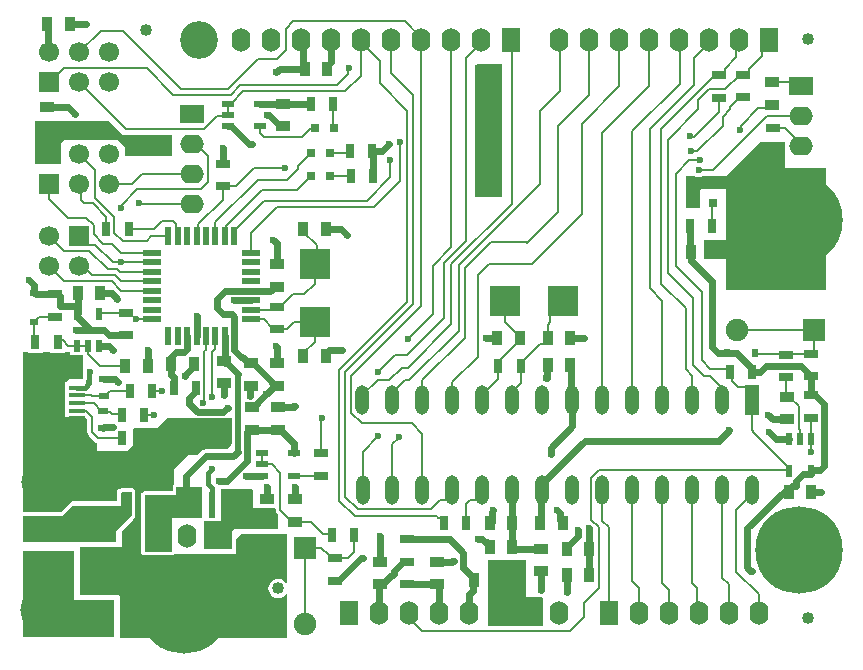
<source format=gtl>
G04*
G04 #@! TF.GenerationSoftware,Altium Limited,Altium Designer,20.0.13 (296)*
G04*
G04 Layer_Physical_Order=1*
G04 Layer_Color=255*
%FSLAX44Y44*%
%MOMM*%
G71*
G01*
G75*
%ADD10C,0.5000*%
%ADD11C,0.2000*%
%ADD18R,1.9000X1.9000*%
%ADD19R,1.4000X1.6000*%
%ADD20R,1.3500X0.4000*%
%ADD21R,0.7000X1.3000*%
%ADD22R,1.5000X0.5500*%
%ADD23R,0.5500X1.5000*%
%ADD24R,0.6858X0.5588*%
%ADD25R,0.5588X0.6858*%
%ADD26R,0.8000X0.8000*%
%ADD27R,1.0000X0.5500*%
%ADD28R,1.3000X0.7000*%
%ADD29R,1.3000X0.9000*%
%ADD30R,0.9000X0.6000*%
%ADD31R,0.9000X1.3000*%
%ADD32R,1.6000X3.0000*%
%ADD33R,2.7000X2.0000*%
%ADD34R,0.5500X1.0000*%
%ADD35R,2.6000X2.5000*%
%ADD36R,3.5000X2.2000*%
%ADD37R,0.6000X2.2000*%
%ADD38R,2.5000X2.6000*%
%ADD62C,1.9000*%
%ADD63R,1.9000X1.9000*%
%ADD76C,1.0160*%
%ADD77C,0.6000*%
%ADD78C,0.4000*%
%ADD79C,3.2000*%
%ADD80C,1.7000*%
%ADD81R,1.7000X1.7000*%
%ADD82C,4.0000*%
G04:AMPARAMS|DCode=83|XSize=2mm|YSize=1.2mm|CornerRadius=0.36mm|HoleSize=0mm|Usage=FLASHONLY|Rotation=0.000|XOffset=0mm|YOffset=0mm|HoleType=Round|Shape=RoundedRectangle|*
%AMROUNDEDRECTD83*
21,1,2.0000,0.4800,0,0,0.0*
21,1,1.2800,1.2000,0,0,0.0*
1,1,0.7200,0.6400,-0.2400*
1,1,0.7200,-0.6400,-0.2400*
1,1,0.7200,-0.6400,0.2400*
1,1,0.7200,0.6400,0.2400*
%
%ADD83ROUNDEDRECTD83*%
%ADD84O,1.6000X2.0000*%
%ADD85R,1.6000X2.0000*%
%ADD86O,2.0000X1.6000*%
%ADD87R,2.0000X1.6000*%
%ADD88C,7.4000*%
%ADD89R,1.2000X2.5000*%
%ADD90O,1.2000X2.5000*%
%ADD91C,0.6000*%
G36*
X88000Y428000D02*
X129000D01*
Y410000D01*
X89000D01*
Y418000D01*
X83000Y424000D01*
X38000D01*
X35000Y421000D01*
Y403000D01*
X13000D01*
Y440000D01*
X46409D01*
X47000Y439883D01*
X47591Y440000D01*
X76000D01*
X88000Y428000D01*
D02*
G37*
G36*
X648000Y401000D02*
X649000Y400000D01*
X683000D01*
Y297000D01*
X598000D01*
Y323000D01*
X580000D01*
Y339000D01*
X597000D01*
X598000Y340000D01*
Y382000D01*
X577000D01*
X576000Y381000D01*
Y366000D01*
X564000D01*
Y393000D01*
X571683D01*
X572659Y392348D01*
X575000Y391883D01*
X577341Y392348D01*
X578317Y393000D01*
X598000D01*
X627000Y422000D01*
X648000D01*
Y401000D01*
D02*
G37*
G36*
X409000Y375000D02*
X386000D01*
Y487000D01*
X388000Y488000D01*
X388270Y488000D01*
X409000D01*
Y375000D01*
D02*
G37*
G36*
X42750Y241500D02*
X54000D01*
Y227591D01*
X53882Y227000D01*
X54000Y226409D01*
Y221000D01*
X42000D01*
X40000Y219000D01*
X38995D01*
Y209000D01*
Y202500D01*
Y196000D01*
Y189500D01*
X55177D01*
X57000Y187677D01*
Y176000D01*
X57691Y175309D01*
X57833Y174596D01*
X58717Y173272D01*
X63874Y168116D01*
X65197Y167232D01*
X65910Y167090D01*
X66000Y167000D01*
Y160000D01*
X91000D01*
X92500Y161500D01*
X93000D01*
Y162000D01*
X96000Y165000D01*
Y179102D01*
X96898Y180000D01*
X117000Y180000D01*
X125000Y188000D01*
X147683D01*
X148659Y187348D01*
X151000Y186882D01*
X172000D01*
X174341Y187348D01*
X175317Y188000D01*
X179392D01*
Y165392D01*
X175860Y161860D01*
X157743D01*
X155401Y161395D01*
X153417Y160068D01*
X150349Y157000D01*
X143000D01*
X131000Y145000D01*
Y132272D01*
X130837Y132163D01*
X130174Y131171D01*
X129941Y130000D01*
Y126059D01*
X106000D01*
X104830Y125826D01*
X103837Y125163D01*
X103728Y125000D01*
X103000D01*
Y123295D01*
X102941Y123000D01*
Y75000D01*
X103000Y74704D01*
Y73000D01*
X103728D01*
X103837Y72837D01*
X104830Y72174D01*
X106000Y71941D01*
X129000D01*
X130170Y72174D01*
X131163Y72837D01*
X131272Y73000D01*
X183000D01*
Y76705D01*
X183059Y77000D01*
Y85059D01*
X188000Y90000D01*
X227000D01*
Y48933D01*
X225730Y48502D01*
X224763Y49763D01*
X223075Y51058D01*
X221109Y51872D01*
X219000Y52150D01*
X216891Y51872D01*
X214925Y51058D01*
X213237Y49763D01*
X211942Y48075D01*
X211128Y46109D01*
X210850Y44000D01*
X211128Y41891D01*
X211942Y39925D01*
X213237Y38237D01*
X214925Y36942D01*
X216891Y36128D01*
X219000Y35850D01*
X221109Y36128D01*
X223075Y36942D01*
X224763Y38237D01*
X225730Y39498D01*
X227000Y39067D01*
Y3000D01*
X226586Y2000D01*
X85000D01*
Y37000D01*
X84000Y38000D01*
X51000D01*
Y79000D01*
X87000Y79000D01*
Y93000D01*
X96000Y102000D01*
Y102674D01*
X97163Y103837D01*
X97826Y104830D01*
X98059Y106000D01*
X98059Y106000D01*
Y126000D01*
X97826Y127170D01*
X97163Y128163D01*
X96171Y128826D01*
X95000Y129059D01*
X87000D01*
X87000Y129059D01*
X85829Y128826D01*
X84837Y128163D01*
X84837Y128163D01*
X84674Y128000D01*
X84000D01*
X83000Y127000D01*
Y125296D01*
X82941Y125000D01*
X82941Y125000D01*
X82941Y118000D01*
X45000D01*
X43772Y116772D01*
X43772Y116772D01*
X43281Y116442D01*
X42786Y116112D01*
X35674Y109000D01*
X3000D01*
Y244000D01*
X7000D01*
Y243500D01*
X20000D01*
Y244000D01*
X26000D01*
Y243500D01*
X39000D01*
Y244000D01*
X42750D01*
Y241500D01*
D02*
G37*
G36*
X95000Y106000D02*
X82000Y93000D01*
Y83000D01*
X3000D01*
Y105000D01*
X36000D01*
X44949Y113949D01*
X86000Y114053D01*
X86000Y125000D01*
X87000Y126000D01*
X95000D01*
Y106000D01*
D02*
G37*
G36*
X197000Y128000D02*
X198000Y127586D01*
Y112000D01*
X216000D01*
X216922Y111078D01*
Y110500D01*
X216922Y110500D01*
X217232Y108939D01*
X218116Y107616D01*
X219000Y106732D01*
Y94000D01*
X182000D01*
X180000Y92000D01*
Y77000D01*
X156000D01*
Y101000D01*
X171000D01*
Y128000D01*
X197000D01*
D02*
G37*
G36*
X155000Y104000D02*
X129000D01*
Y75000D01*
X106000D01*
Y123000D01*
X133000D01*
Y130000D01*
X155000D01*
Y104000D01*
D02*
G37*
G36*
X429000Y68000D02*
X429000Y37000D01*
X441409Y37000D01*
X442000Y36883D01*
X443000Y35862D01*
Y12321D01*
X397000D01*
X397000Y68000D01*
X429000Y68000D01*
D02*
G37*
G36*
X46000Y34000D02*
X80000D01*
Y3000D01*
X3000D01*
Y76000D01*
X46000D01*
Y34000D01*
D02*
G37*
D10*
X185000Y159485D02*
Y225500D01*
D11*
X652000Y206000D02*
X660000Y198000D01*
Y179000D02*
Y198000D01*
X661000Y170500D02*
Y178000D01*
X660000Y179000D02*
X661000Y178000D01*
X607000Y110100D02*
X620650Y123750D01*
X607000Y58000D02*
Y110100D01*
X359535Y319464D02*
X378000Y337929D01*
Y492840D02*
X391160Y506000D01*
X378000Y337929D02*
Y492840D01*
X585000Y230000D02*
X601500D01*
X556000Y317000D02*
X578000Y295000D01*
Y237000D02*
X585000Y230000D01*
X578000Y237000D02*
Y295000D01*
X585000Y224000D02*
X595250Y213750D01*
X580000Y224000D02*
X585000D01*
X570500Y233500D02*
X580000Y224000D01*
X549000Y311000D02*
X570500Y289500D01*
X595250Y203200D02*
Y213750D01*
X570500Y233500D02*
Y289500D01*
X556000Y317000D02*
Y395000D01*
X549000Y311000D02*
Y424000D01*
X556000Y395000D02*
X567319Y406320D01*
X549000Y424000D02*
X574775Y449775D01*
X543000Y302000D02*
X564000Y281000D01*
X543000Y302000D02*
Y432521D01*
X581990Y471510D01*
X569850Y203200D02*
Y224000D01*
X564000Y229850D02*
X569850Y224000D01*
X564000Y229850D02*
Y281000D01*
X544450Y203200D02*
Y287550D01*
X534000Y298000D02*
Y433000D01*
Y298000D02*
X544450Y287550D01*
X534000Y433000D02*
X571000Y470000D01*
X575320Y406320D02*
X576000Y407000D01*
X567319Y406320D02*
X575320D01*
X340000Y283050D02*
Y510360D01*
X72500Y206500D02*
X77000Y211000D01*
X71000Y206500D02*
X72500D01*
X61248D02*
X71000D01*
X63000Y201000D02*
X69500Y194500D01*
X48745Y201000D02*
X63000D01*
X77000Y211000D02*
X92500D01*
X58000Y242192D02*
X68192Y232000D01*
X88500D01*
X58000Y242192D02*
Y249500D01*
X490715Y144000D02*
X651000D01*
X484150Y137435D02*
X490715Y144000D01*
X484150Y102042D02*
Y137435D01*
X478000Y32000D02*
X490500Y44500D01*
Y95692D01*
X484150Y102042D02*
X490500Y95692D01*
X265000Y453500D02*
X265750Y452750D01*
Y434250D02*
X266000Y434000D01*
X265750Y434250D02*
Y452750D01*
X265000Y453500D02*
X265500Y454000D01*
X56445Y194000D02*
X61601Y188844D01*
Y176156D02*
X66757Y171000D01*
X61601Y176156D02*
Y188844D01*
X417000Y369858D02*
Y507560D01*
X365571Y318429D02*
X417000Y369858D01*
X388000Y240000D02*
Y309000D01*
X366650Y218650D02*
X388000Y240000D01*
Y309000D02*
X398000Y319000D01*
X270950Y118050D02*
Y229000D01*
X328500Y286550D02*
Y448500D01*
X275950Y121765D02*
Y226929D01*
X333500Y284479D01*
Y461500D01*
X270950Y229000D02*
X328500Y286550D01*
X280950Y192765D02*
Y224000D01*
X340000Y283050D01*
X315000Y480000D02*
X333500Y461500D01*
X313036Y220500D02*
X323535Y231000D01*
X290450Y207676D02*
X303274Y220500D01*
X290450Y203200D02*
Y207676D01*
X303274Y220500D02*
X313036D01*
X323535Y231000D02*
X329000D01*
X275950Y121765D02*
X286715Y111000D01*
X270950Y118050D02*
X284000Y105000D01*
X66757Y171000D02*
X86500D01*
X365760Y332760D02*
Y508000D01*
X322000Y389000D02*
Y422000D01*
X300000Y367000D02*
X322000Y389000D01*
X50800Y472440D02*
X90240Y433000D01*
X156250D01*
X478000Y20000D02*
Y32000D01*
X466243Y8243D02*
X478000Y20000D01*
X607000Y58000D02*
X625800Y39200D01*
Y23000D02*
Y39200D01*
X600400Y23000D02*
Y47600D01*
X595250Y52750D02*
X600400Y47600D01*
X595250Y52750D02*
Y127000D01*
X637000Y472500D02*
X658500D01*
X662000Y469000D01*
X84808Y312000D02*
X112000D01*
X80737Y309000D02*
X85737Y304000D01*
X61585Y309000D02*
X80737D01*
X82808Y314000D02*
X84808Y312000D01*
X85737Y304000D02*
X112000D01*
X75000Y314000D02*
X82808D01*
X38000Y304000D02*
X78000D01*
X86000Y296000D02*
X112000D01*
X78000Y304000D02*
X86000Y296000D01*
X86000Y320000D02*
X112000D01*
X79000D02*
X86000D01*
Y366000D02*
Y368000D01*
X64200Y374871D02*
X80500Y358571D01*
Y345050D02*
Y358571D01*
X86000Y368000D02*
X100000Y382000D01*
X154000D01*
X92500Y348000D02*
X114000D01*
X120757Y354757D01*
X95080Y386080D02*
X104000Y395000D01*
X76200Y386080D02*
X95080D01*
X160000Y388000D02*
Y410000D01*
X154000Y382000D02*
X160000Y388000D01*
X146000Y420600D02*
X149400D01*
X160000Y410000D01*
X101200Y369800D02*
X146000D01*
X101000Y370000D02*
X101200Y369800D01*
X48745Y194500D02*
X49245Y194000D01*
X56445D01*
X255000Y186000D02*
X256000Y187000D01*
Y188000D01*
X255000Y158500D02*
Y186000D01*
X232500Y139500D02*
X232500Y139500D01*
X255000D01*
X205500Y149000D02*
Y158500D01*
Y149000D02*
X214000D01*
X221000Y110500D02*
Y142000D01*
X214000Y149000D02*
X221000Y142000D01*
X231000Y100500D02*
X233000D01*
X221000Y110500D02*
X231000Y100500D01*
X263500Y90000D02*
X264500Y89000D01*
X257000Y90000D02*
X263500D01*
X233000Y100500D02*
X246500D01*
X257000Y90000D01*
X283000Y88500D02*
X283500Y89000D01*
X283000Y75000D02*
Y88500D01*
X267000Y69500D02*
X267500Y70000D01*
X278000D01*
X283000Y75000D01*
X241500Y78500D02*
X255500D01*
X262000Y72000D01*
Y71500D02*
Y72000D01*
Y71500D02*
X264000Y69500D01*
X267000D01*
X241500Y13500D02*
Y78500D01*
X378500Y99000D02*
Y115500D01*
X392050Y122935D02*
Y127000D01*
X387892Y118778D02*
X392050Y122935D01*
X381778Y118778D02*
X387892D01*
X378500Y115500D02*
X381778Y118778D01*
X493650Y101350D02*
X499000Y96000D01*
X493650Y101350D02*
Y127000D01*
X499000Y23200D02*
Y96000D01*
X163000Y206000D02*
Y244000D01*
X156500Y202500D02*
Y244571D01*
X163000Y244000D02*
X166000Y247000D01*
X155250Y201250D02*
X156500Y202500D01*
Y244571D02*
X158000Y246071D01*
Y258000D01*
X166000Y247000D02*
Y258000D01*
X105500Y191000D02*
X114000D01*
X112500Y211000D02*
X121000D01*
X72500Y193000D02*
X77000D01*
X85500Y192000D02*
X86500Y191000D01*
X78000Y192000D02*
X85500D01*
X77000Y193000D02*
X78000Y192000D01*
X71000Y194500D02*
X72500Y193000D01*
X69500Y194500D02*
X71000D01*
X48745Y207500D02*
X60248D01*
X61248Y206500D01*
X32500Y253000D02*
X33500Y254000D01*
X37000D01*
X41500Y249500D02*
X48500D01*
X37000Y254000D02*
X41500Y249500D01*
X48500D02*
X58000D01*
X12000Y269808D02*
X12750Y269058D01*
Y253750D02*
Y269058D01*
Y253750D02*
X13500Y253000D01*
X16827Y274000D02*
X30000D01*
X12635Y269808D02*
X16827Y274000D01*
X12000Y269808D02*
X12635D01*
X68500Y277500D02*
X90000D01*
X67500Y276500D02*
X68500Y277500D01*
X98500Y272000D02*
X112000D01*
X93000Y277500D02*
X98500Y272000D01*
X90000Y277500D02*
X93000D01*
X250000Y252500D02*
Y269500D01*
X240500Y243000D02*
X250000Y252500D01*
X240500Y241000D02*
Y243000D01*
X232500Y269500D02*
X250000D01*
X227000Y264000D02*
X232500Y269500D01*
X215000Y264000D02*
X227000D01*
X196000Y272000D02*
X207000D01*
X215000Y264000D01*
X250000Y318500D02*
X252000Y320500D01*
X240500Y346000D02*
Y348000D01*
Y346000D02*
X252000Y334500D01*
Y320500D02*
Y334500D01*
X250000Y302000D02*
Y318500D01*
X241000Y293000D02*
X250000Y302000D01*
X231500Y293000D02*
X241000D01*
X218000Y282500D02*
X221000D01*
X231500Y293000D01*
X196000Y280000D02*
X212500D01*
X215000Y282500D01*
X218000D01*
X196000Y345000D02*
X218000Y367000D01*
X196000Y328000D02*
Y345000D01*
X235000Y381000D02*
X247000Y393000D01*
X205800Y381000D02*
X235000D01*
X166000Y354000D02*
X202000Y390000D01*
X227000D01*
X235750Y398750D01*
X174000Y342000D02*
X175250Y343250D01*
Y350450D01*
X205800Y381000D01*
X235750Y401750D02*
X247000Y413000D01*
X235750Y398750D02*
Y401750D01*
X166000Y342000D02*
Y354000D01*
X263000Y393000D02*
X280500D01*
X263000Y413000D02*
X278500D01*
X279500Y414000D01*
X239000Y426000D02*
X247000Y434000D01*
X207257Y426000D02*
X239000D01*
X203500Y429757D02*
Y435500D01*
Y429757D02*
X207257Y426000D01*
X25400Y316600D02*
X38000Y304000D01*
X53985Y316600D02*
X61585Y309000D01*
X50800Y316600D02*
X53985D01*
X59000Y330000D02*
X75000Y314000D01*
X37400Y330000D02*
X59000D01*
X25400Y342000D02*
X37400Y330000D01*
X64000Y335000D02*
X79000Y320000D01*
X86000Y328000D02*
X112000D01*
X62800Y343750D02*
X70675Y335875D01*
X78125D01*
X86000Y328000D01*
X112000Y320000D02*
X112000Y320000D01*
X50800Y342000D02*
X57800Y335000D01*
X64000D01*
X87550Y338000D02*
X107851D01*
X62800Y343750D02*
Y351950D01*
X64200Y374871D02*
Y398080D01*
X111851Y342000D02*
X126000D01*
X80500Y345050D02*
X87550Y338000D01*
X56750Y358000D02*
X62800Y351950D01*
X50800Y411480D02*
X64200Y398080D01*
X107851Y338000D02*
X111851Y342000D01*
X112000Y328000D02*
X112000Y328000D01*
X41000Y358000D02*
X56750D01*
X50800Y386080D02*
X51920Y384960D01*
Y373080D02*
X55000Y370000D01*
X51920Y373080D02*
Y384960D01*
X73500Y348000D02*
Y358500D01*
X55000Y370000D02*
X62000D01*
X73500Y358500D01*
X25400Y373600D02*
X41000Y358000D01*
X25400Y373600D02*
Y386080D01*
X130243Y354757D02*
X132750Y352250D01*
X120757Y354757D02*
X130243D01*
X132750Y343250D02*
X134000Y342000D01*
X132750Y343250D02*
Y352250D01*
X145800Y395000D02*
X146000Y395200D01*
X104000Y395000D02*
X145800D01*
X305000Y472000D02*
X328500Y448500D01*
X289000Y506560D02*
Y507440D01*
Y506560D02*
X305000Y490560D01*
Y472000D02*
Y490560D01*
X276000Y465000D02*
X289000Y478000D01*
Y506560D01*
X278426Y479872D02*
Y484426D01*
X268554Y470000D02*
X278426Y479872D01*
X178750Y454500D02*
X189250Y465000D01*
X130071Y462000D02*
X179179D01*
X176429Y467000D02*
X201929Y492500D01*
X137000Y467000D02*
X176429D01*
X107631Y484440D02*
X130071Y462000D01*
X189250Y465000D02*
X276000D01*
X187179Y470000D02*
X268554D01*
X201929Y492500D02*
X218500D01*
X176500Y454500D02*
X178750D01*
X179179Y462000D02*
X187179Y470000D01*
X88000Y516000D02*
X137000Y467000D01*
X176500Y445000D02*
Y454500D01*
X175250Y443750D02*
X176500Y445000D01*
X167000Y443750D02*
X175250D01*
X156250Y433000D02*
X167000Y443750D01*
X37400Y484440D02*
X107631D01*
X278426Y484426D02*
X279000Y485000D01*
X68960Y516000D02*
X88000D01*
X289000Y507440D02*
X289560Y508000D01*
X315000Y480000D02*
Y507960D01*
X25400Y472440D02*
X37400Y484440D01*
X226000Y518000D02*
X232000Y524000D01*
X226000Y500000D02*
Y518000D01*
X218500Y492500D02*
X226000Y500000D01*
X326360Y524000D02*
X340000Y510360D01*
X232000Y524000D02*
X326360D01*
X50800Y497840D02*
X68960Y516000D01*
X424500Y217499D02*
Y232000D01*
X417450Y210449D02*
X424500Y217499D01*
X417450Y203200D02*
Y210449D01*
X424500Y235000D02*
X440621Y251121D01*
X444500D01*
X447500Y254121D02*
Y256000D01*
X444500Y251121D02*
X447500Y254121D01*
X424500Y232000D02*
Y235000D01*
X449500Y276000D02*
X460500Y287000D01*
X449500Y269250D02*
Y276000D01*
X447500Y267250D02*
X449500Y269250D01*
X447500Y256000D02*
Y267250D01*
X405500Y221000D02*
Y232000D01*
X392050Y207550D02*
X405500Y221000D01*
X392050Y203200D02*
Y207550D01*
X423500Y254000D02*
Y256000D01*
X407500Y238000D02*
X423500Y254000D01*
X407500Y234000D02*
Y238000D01*
X405500Y232000D02*
X407500Y234000D01*
X411500Y269500D02*
Y287000D01*
Y269500D02*
X420000Y261000D01*
X420500D01*
X423500Y258000D01*
Y256000D02*
Y258000D01*
X650000Y206000D02*
X652000D01*
X649000Y207000D02*
Y223000D01*
Y207000D02*
X650000Y206000D01*
X672500Y244500D02*
Y262500D01*
X670500Y242500D02*
X672500Y244500D01*
X670000Y242500D02*
X670500D01*
X649000Y242000D02*
X649250Y242250D01*
X669750D01*
X670000Y242500D01*
X623192Y243000D02*
X623692Y242500D01*
X648500D01*
X649000Y242000D01*
X607500Y262500D02*
X672500D01*
X586750Y369750D02*
X587000Y370000D01*
X586750Y351250D02*
Y369750D01*
X586500Y351000D02*
X586750Y351250D01*
X662000Y418200D02*
Y419718D01*
X653000Y428718D02*
X662000Y419718D01*
X653000Y428718D02*
Y429000D01*
X638000Y433500D02*
X648500D01*
X653000Y429000D01*
X575000Y398000D02*
X587550D01*
X633150Y443600D02*
X662000D01*
X587550Y398000D02*
X633150Y443600D01*
X595500Y435500D02*
Y443429D01*
X569000Y414000D02*
X574000D01*
X595500Y435500D01*
X571000Y470000D02*
Y492800D01*
X589000Y478500D02*
X595000D01*
X574775Y457225D02*
X584061Y466510D01*
X595000Y478500D02*
X597000Y480500D01*
X610000Y432000D02*
X610574Y432574D01*
X625500Y450500D02*
X634000D01*
X584061Y466510D02*
X597510D01*
X581990Y471510D02*
X582010D01*
X597510Y466510D02*
X610000Y479000D01*
X582010Y471510D02*
X589000Y478500D01*
X610574Y435574D02*
X625500Y450500D01*
X574775Y449775D02*
Y457225D01*
X610574Y432574D02*
Y435574D01*
X519050Y203200D02*
Y431050D01*
X559000Y471000D01*
X601500Y227000D02*
Y230000D01*
Y227000D02*
X603000Y225500D01*
Y220000D02*
Y225500D01*
X620650Y203200D02*
Y209700D01*
X616150Y214200D02*
X620650Y209700D01*
X608800Y214200D02*
X616150D01*
X603000Y220000D02*
X608800Y214200D01*
X620650Y178350D02*
Y203200D01*
Y178350D02*
X621000Y178000D01*
X651500Y143500D02*
Y145750D01*
X621000Y176250D02*
X651500Y145750D01*
X621000Y176250D02*
Y178000D01*
X651000Y144000D02*
X651500Y143500D01*
X340757Y8243D02*
X466243D01*
X330200Y18800D02*
X340757Y8243D01*
X330200Y18800D02*
Y23000D01*
X341250Y127000D02*
Y174750D01*
X289715Y184000D02*
X332000D01*
X341250Y174750D01*
X172000Y373000D02*
Y384500D01*
X150000Y342000D02*
X151250Y343250D01*
Y352250D01*
X172000Y373000D01*
Y384500D02*
X183500D01*
X199000Y400000D02*
X225000D01*
X183500Y384500D02*
X199000Y400000D01*
X595500Y443429D02*
X601750Y449679D01*
X218000Y367000D02*
X300000D01*
X294000Y372000D02*
X314000Y392000D01*
Y407000D01*
X207250Y372000D02*
X294000D01*
X182000Y346750D02*
X207250Y372000D01*
X571243Y426243D02*
X592000Y447000D01*
X568000Y427000D02*
X568574Y426426D01*
X571059D01*
X571243Y426243D01*
X601750Y451750D02*
X610000Y460000D01*
X601750Y449679D02*
Y451750D01*
X592000Y447000D02*
Y459500D01*
X182000Y342000D02*
Y346750D01*
X610000Y460000D02*
X613000D01*
X610000Y479000D02*
X616000D01*
X670500Y170500D02*
Y188000D01*
X671000Y188500D01*
X670250Y170250D02*
X670500Y170500D01*
X670250Y159250D02*
Y170250D01*
X634000Y450500D02*
X637000Y453500D01*
X315850Y203200D02*
Y209700D01*
X326350Y220200D01*
X330200D01*
X318251Y241252D02*
X328251D01*
X304000Y227000D02*
X318251Y241252D01*
X350000Y317000D02*
X365760Y332760D01*
X329000Y255000D02*
X350000Y276000D01*
Y317000D01*
X328251Y241252D02*
X359535Y272535D01*
Y319464D01*
X365571Y267571D02*
Y318429D01*
X329000Y231000D02*
X365571Y267571D01*
X372000Y317787D02*
X441000Y386787D01*
X372000Y262000D02*
Y317787D01*
X377000Y255950D02*
Y315000D01*
X399000Y337000D01*
X341250Y220200D02*
X377000Y255950D01*
X330200Y220200D02*
X372000Y262000D01*
X341250Y203200D02*
Y220200D01*
X315850Y127000D02*
Y166544D01*
X321000Y171693D01*
Y172000D01*
X441000Y386787D02*
Y448000D01*
X399000Y337000D02*
X429000D01*
X398000Y319000D02*
X434000D01*
X290550Y127100D02*
Y159550D01*
X304000Y173000D01*
X416560Y508000D02*
X417000Y507560D01*
X391160Y506000D02*
Y508000D01*
X284000Y105000D02*
X353500D01*
X354500Y104000D02*
X357500D01*
X286715Y111000D02*
X348715D01*
X356493Y118778D01*
X353500Y105000D02*
X354500Y104000D01*
X359500Y99000D02*
Y102000D01*
X357500Y104000D02*
X359500Y102000D01*
X280950Y192765D02*
X289715Y184000D01*
X314960Y508000D02*
X315000Y507960D01*
X366650Y122935D02*
Y127000D01*
X362492Y118778D02*
X366650Y122935D01*
X356493Y118778D02*
X362492D01*
X574000Y24000D02*
X575000Y23000D01*
X574000Y24000D02*
Y44000D01*
X569850Y48150D02*
Y127000D01*
Y48150D02*
X574000Y44000D01*
X549600Y23000D02*
X550000Y23400D01*
Y43000D01*
X544450Y48550D02*
Y127000D01*
Y48550D02*
X550000Y43000D01*
X524200Y23000D02*
X525000Y23800D01*
Y44000D01*
X519050Y49950D02*
Y127000D01*
Y49950D02*
X525000Y44000D01*
X498800Y23000D02*
X499000Y23200D01*
X441000Y448000D02*
X458000Y465000D01*
X457200Y508000D02*
X458000Y507200D01*
Y465000D02*
Y507200D01*
X456179Y362664D02*
Y435179D01*
X482600Y461600D01*
Y503400D01*
Y508000D01*
X429000Y337000D02*
X429757Y336243D01*
X456179Y362664D01*
X476000Y361000D02*
Y437000D01*
X508000Y469000D01*
X434000Y319000D02*
X476000Y361000D01*
X508000Y469000D02*
Y508000D01*
X493650Y203200D02*
Y429650D01*
X533000Y469000D01*
X366650Y203200D02*
Y218650D01*
X616000Y479000D02*
X618000Y481000D01*
Y484000D01*
X628500Y494500D01*
Y501500D01*
X635000Y508000D01*
X597000Y480500D02*
Y483500D01*
X607113Y493613D01*
Y505513D01*
X609600Y508000D01*
X584200Y506000D02*
Y508000D01*
X571000Y492800D02*
X584200Y506000D01*
X558800Y508000D02*
X559000Y507800D01*
Y471000D02*
Y507800D01*
X533000Y507600D02*
X533400Y508000D01*
X533000Y469000D02*
Y507600D01*
D18*
X21995Y189000D02*
D03*
Y213000D02*
D03*
X241500Y78500D02*
D03*
D19*
X46495Y169000D02*
D03*
Y233000D02*
D03*
D20*
X48745Y188000D02*
D03*
Y194500D02*
D03*
Y201000D02*
D03*
Y207500D02*
D03*
Y214000D02*
D03*
D21*
X279500Y414000D02*
D03*
X298500D02*
D03*
X283500Y89000D02*
D03*
X264500D02*
D03*
X280500Y393000D02*
D03*
X299500D02*
D03*
X92500Y348000D02*
D03*
X73500D02*
D03*
X112500Y211000D02*
D03*
X93500D02*
D03*
X86500Y191000D02*
D03*
X105500D02*
D03*
Y171000D02*
D03*
X86500D02*
D03*
X378500Y99000D02*
D03*
X359500D02*
D03*
X620500Y227000D02*
D03*
X601500D02*
D03*
X265500Y454000D02*
D03*
X246500D02*
D03*
X405500Y232000D02*
D03*
X424500D02*
D03*
X586500Y351000D02*
D03*
X567500D02*
D03*
X13500Y253000D02*
D03*
X32500D02*
D03*
X149500Y214000D02*
D03*
X130500D02*
D03*
D22*
X196000Y272000D02*
D03*
Y280000D02*
D03*
Y288000D02*
D03*
Y296000D02*
D03*
Y304000D02*
D03*
Y312000D02*
D03*
Y320000D02*
D03*
Y328000D02*
D03*
X112000D02*
D03*
Y320000D02*
D03*
Y312000D02*
D03*
Y304000D02*
D03*
Y296000D02*
D03*
Y288000D02*
D03*
Y280000D02*
D03*
Y272000D02*
D03*
D23*
X182000Y342000D02*
D03*
X174000D02*
D03*
X166000D02*
D03*
X158000D02*
D03*
X150000D02*
D03*
X142000D02*
D03*
X134000D02*
D03*
X126000D02*
D03*
Y258000D02*
D03*
X134000D02*
D03*
X142000D02*
D03*
X150000D02*
D03*
X158000D02*
D03*
X166000D02*
D03*
X174000D02*
D03*
X182000D02*
D03*
D24*
X12000Y269808D02*
D03*
Y294192D02*
D03*
D25*
X598808Y243000D02*
D03*
X623192D02*
D03*
D26*
X571000Y370000D02*
D03*
X587000D02*
D03*
X266000Y434000D02*
D03*
X250000D02*
D03*
X247000Y413000D02*
D03*
X263000D02*
D03*
Y393000D02*
D03*
X247000D02*
D03*
D27*
X205500Y158500D02*
D03*
Y149000D02*
D03*
Y139500D02*
D03*
X232500Y158500D02*
D03*
Y139500D02*
D03*
X203500Y435500D02*
D03*
Y454500D02*
D03*
X176500Y435500D02*
D03*
Y445000D02*
D03*
Y454500D02*
D03*
D28*
X255000Y158500D02*
D03*
Y139500D02*
D03*
X267000Y69500D02*
D03*
Y50500D02*
D03*
X172000Y384500D02*
D03*
Y403500D02*
D03*
X90000Y258500D02*
D03*
Y277500D02*
D03*
X218000Y263500D02*
D03*
Y282500D02*
D03*
X613000Y479000D02*
D03*
Y460000D02*
D03*
X592000Y459500D02*
D03*
Y478500D02*
D03*
X638000Y433500D02*
D03*
Y414500D02*
D03*
X670000Y207500D02*
D03*
Y188500D02*
D03*
X30000Y274000D02*
D03*
Y293000D02*
D03*
X670000Y223500D02*
D03*
Y242500D02*
D03*
X649000Y223000D02*
D03*
Y242000D02*
D03*
X328000Y85500D02*
D03*
Y66500D02*
D03*
Y47500D02*
D03*
Y66500D02*
D03*
D29*
X233000Y119500D02*
D03*
Y100500D02*
D03*
X219000Y197500D02*
D03*
Y178500D02*
D03*
X218000Y215500D02*
D03*
Y234500D02*
D03*
X196000Y215500D02*
D03*
Y234500D02*
D03*
X218000Y299500D02*
D03*
Y318500D02*
D03*
X173000Y217500D02*
D03*
Y236500D02*
D03*
X23000Y451500D02*
D03*
Y432500D02*
D03*
X637000Y472500D02*
D03*
Y453500D02*
D03*
X115000Y134500D02*
D03*
Y115500D02*
D03*
X210000Y100500D02*
D03*
Y119500D02*
D03*
X305000Y47500D02*
D03*
Y66500D02*
D03*
X354000D02*
D03*
Y47500D02*
D03*
X223000Y454500D02*
D03*
Y435500D02*
D03*
X650000Y206000D02*
D03*
Y187000D02*
D03*
X197000Y178500D02*
D03*
Y197500D02*
D03*
X442000Y58500D02*
D03*
Y77500D02*
D03*
D30*
X72000Y206500D02*
D03*
Y221500D02*
D03*
X71000Y179500D02*
D03*
Y194500D02*
D03*
D31*
X128500Y234000D02*
D03*
X147500D02*
D03*
X240500Y348000D02*
D03*
X259500D02*
D03*
Y241000D02*
D03*
X240500D02*
D03*
X403500Y51000D02*
D03*
X384500D02*
D03*
X23500Y522000D02*
D03*
X42500D02*
D03*
X463500Y77000D02*
D03*
X482500D02*
D03*
X466500Y233000D02*
D03*
X447500D02*
D03*
X260500Y484000D02*
D03*
X241500D02*
D03*
X417500Y79000D02*
D03*
X398500D02*
D03*
Y99000D02*
D03*
X417500D02*
D03*
X460000D02*
D03*
X441000D02*
D03*
X404500Y256000D02*
D03*
X423500D02*
D03*
X466500D02*
D03*
X447500D02*
D03*
X651500Y126000D02*
D03*
X670500D02*
D03*
X49500Y294000D02*
D03*
X68500D02*
D03*
X108500Y232000D02*
D03*
X89500D02*
D03*
X568500Y329000D02*
D03*
X587500D02*
D03*
X482500Y55000D02*
D03*
X463500D02*
D03*
D32*
X72000Y19500D02*
D03*
Y60500D02*
D03*
X74000Y98500D02*
D03*
Y139500D02*
D03*
D33*
X22000Y63000D02*
D03*
Y95000D02*
D03*
D34*
X651500Y143500D02*
D03*
X670500D02*
D03*
X651500Y170500D02*
D03*
X661000D02*
D03*
X670500D02*
D03*
X48500Y249500D02*
D03*
X58000D02*
D03*
X67500D02*
D03*
X48500Y276500D02*
D03*
X67500D02*
D03*
D35*
X250000Y318500D02*
D03*
Y269500D02*
D03*
D36*
X163000Y177000D02*
D03*
D37*
X188400Y115000D02*
D03*
X175700D02*
D03*
X163000D02*
D03*
X150300D02*
D03*
X137600D02*
D03*
D38*
X411500Y287000D02*
D03*
X460500D02*
D03*
D62*
X607500Y262500D02*
D03*
Y307500D02*
D03*
X672500D02*
D03*
X196500Y78500D02*
D03*
Y13500D02*
D03*
X241500D02*
D03*
D63*
X672500Y262500D02*
D03*
D76*
X668000Y19000D02*
D03*
X107000Y517000D02*
D03*
X668000Y509000D02*
D03*
X219000Y44000D02*
D03*
D77*
X201500Y201000D02*
X208750Y208250D01*
X201500Y200000D02*
Y201000D01*
X199000Y197500D02*
X201500Y200000D01*
X197000Y197500D02*
X199000D01*
X196000Y234500D02*
X198000D01*
X598808Y242898D02*
X607602D01*
X620500Y227000D02*
X627000D01*
X632000Y232000D01*
X661500D01*
X670000Y223500D01*
X663500Y140500D02*
X669750D01*
X657500Y134500D02*
X663500Y140500D01*
X657500Y130500D02*
Y134500D01*
X647000Y126000D02*
X651500D01*
X616000Y95000D02*
X647000Y126000D01*
X616000Y62000D02*
Y95000D01*
Y62000D02*
X619000Y59000D01*
X620000D01*
X169000Y135000D02*
X176000D01*
X181257Y155743D02*
X185000Y159485D01*
X141000Y139000D02*
X157743Y155743D01*
X181257D01*
X179993Y276000D02*
X182000Y273993D01*
X172000Y276000D02*
X179993D01*
X167000Y281000D02*
X172000Y276000D01*
X167000Y281000D02*
Y289000D01*
X174000Y296000D01*
X128500Y234000D02*
Y239500D01*
X133000Y244000D01*
X139000D01*
X142000Y247000D01*
Y258000D01*
X568500Y321500D02*
X586000Y304000D01*
X591102Y242898D02*
X598808D01*
X586000Y248000D02*
X591102Y242898D01*
X586000Y248000D02*
Y304000D01*
X568500Y321500D02*
Y329000D01*
X141000Y109300D02*
Y139000D01*
X147000Y118300D02*
X150300Y115000D01*
X446000Y231500D02*
X446383Y231117D01*
X479000Y169000D02*
X592000D01*
X601000Y178000D01*
X12000Y294192D02*
Y301000D01*
X8000Y305000D02*
X12000Y301000D01*
X48000Y263000D02*
X59750D01*
X34000Y283000D02*
Y291500D01*
Y283000D02*
X47500D01*
X30000Y293000D02*
X32500D01*
X34000Y291500D01*
X463500Y79000D02*
X473000Y88500D01*
Y93765D01*
X482000Y95000D02*
X482000Y95000D01*
Y77500D02*
Y95000D01*
Y77500D02*
X482500Y77000D01*
X81198Y221500D02*
X83698Y219000D01*
X72000Y221500D02*
X81198D01*
X236375Y454000D02*
X246500D01*
X223000Y454500D02*
X223250Y454250D01*
X236125D01*
X236375Y454000D01*
X78000Y294000D02*
X83000Y289000D01*
X68500Y294000D02*
X78000D01*
X72000Y180500D02*
X78929D01*
X79429Y181000D01*
X71000Y179500D02*
X72000Y180500D01*
X446383Y222383D02*
Y231117D01*
X446000Y222000D02*
X446383Y222383D01*
X446000Y231500D02*
X447500Y233000D01*
X466500Y256000D02*
X478000D01*
X395000D02*
X404500D01*
X108500Y232000D02*
Y245500D01*
X140000Y224000D02*
Y224500D01*
X147500Y232000D02*
Y234000D01*
X140000Y224500D02*
X147500Y232000D01*
X150000Y275000D02*
X150000Y275000D01*
X150000Y258000D02*
Y275000D01*
X173000Y208000D02*
Y217500D01*
X208750Y208250D02*
X216000Y215500D01*
X195000Y207000D02*
Y214500D01*
X196000Y215500D01*
X232500Y197500D02*
X233000Y198000D01*
X219000Y197500D02*
X232500D01*
X259500Y243000D02*
X262000Y245500D01*
X271959D01*
X272459Y246000D01*
X273000D01*
X259500Y241000D02*
Y243000D01*
X217000Y249000D02*
X218000Y248000D01*
Y234500D02*
Y248000D01*
X182000Y288000D02*
X182000Y288000D01*
X196000D01*
X182000Y258000D02*
Y273993D01*
Y246000D02*
Y258000D01*
X196000Y296000D02*
X212500D01*
X174000D02*
X196000D01*
X215000Y339000D02*
X218000Y336000D01*
Y318500D02*
Y336000D01*
X272000Y348000D02*
X277000Y343000D01*
X259500Y348000D02*
X272000D01*
X264160Y489660D02*
Y508000D01*
X260500Y486000D02*
X264160Y489660D01*
X260500Y484000D02*
Y486000D01*
X210000Y445000D02*
X211500D01*
X221000Y435500D02*
X223000D01*
X211500Y445000D02*
X221000Y435500D01*
X194250Y420000D02*
X197000D01*
X176500Y435500D02*
X178750D01*
X194250Y420000D01*
X41500Y451500D02*
X47000Y446000D01*
X23000Y451500D02*
X41500D01*
X42500Y522000D02*
X56000D01*
X634000Y191000D02*
X638000Y187000D01*
X650000D01*
X635000Y176000D02*
X640500Y170500D01*
X651500D01*
X670500Y126000D02*
X679000D01*
X463500Y77000D02*
Y79000D01*
X455000Y110000D02*
X457500Y107500D01*
Y101500D02*
X460000Y99000D01*
X457500Y101500D02*
Y107500D01*
X388000Y86000D02*
X391500D01*
X394000Y83500D02*
X396000D01*
X391500Y86000D02*
X394000Y83500D01*
X396000D02*
X398500Y81000D01*
Y79000D02*
Y81000D01*
X400000Y100500D02*
Y109000D01*
X401000Y110000D01*
X398500Y99000D02*
X400000Y100500D01*
X367000Y67000D02*
X368000D01*
X366500Y66500D02*
X367000Y67000D01*
X354000Y66500D02*
X366500D01*
X364500Y85500D02*
X376000Y74000D01*
Y61500D02*
X384500Y53000D01*
X376000Y61500D02*
Y74000D01*
X384500Y51000D02*
Y53000D01*
X305000Y66500D02*
Y88000D01*
X192500Y139500D02*
X205500D01*
X192000Y139000D02*
X192500Y139500D01*
X176000Y135000D02*
X193000Y152000D01*
Y176000D01*
X233000Y119500D02*
Y130000D01*
X210000Y119500D02*
Y130000D01*
X75500Y249500D02*
X76995Y248005D01*
X79000Y246000D01*
X67500Y249500D02*
X75500D01*
X23500Y522000D02*
X24450Y521050D01*
Y498790D02*
Y521050D01*
Y498790D02*
X25400Y497840D01*
X313000Y420000D02*
X313000D01*
X307000Y414000D02*
X313000Y420000D01*
X298500Y414000D02*
X307000D01*
X299000Y393500D02*
X299500Y393000D01*
X299000Y393500D02*
Y413500D01*
X298500Y414000D02*
X299000Y413500D01*
X203500Y454500D02*
X223000D01*
X172000Y403500D02*
Y417000D01*
X47500Y283000D02*
X49500Y285000D01*
Y294000D01*
Y281500D02*
Y285000D01*
X13827Y293000D02*
X30000D01*
X12635Y294192D02*
X13827Y293000D01*
X12000Y294192D02*
X12635D01*
X48500Y293000D02*
X49500Y294000D01*
X48500Y276500D02*
X49250Y277250D01*
Y281250D01*
X49500Y281500D01*
X48500Y274250D02*
Y276500D01*
Y274250D02*
X59750Y263000D01*
X76000Y258500D02*
X90000D01*
X71500Y263000D02*
X76000Y258500D01*
X59750Y263000D02*
X71500D01*
X176000Y234500D02*
X185000Y225500D01*
X195500Y178500D02*
X197000D01*
X193000Y176000D02*
X195500Y178500D01*
X219000D02*
X219000Y178500D01*
X197000Y178500D02*
X219000D01*
X232500Y158500D02*
Y167000D01*
X221000Y178500D02*
X232500Y167000D01*
X219000Y178500D02*
X221000D01*
X267000Y50500D02*
X270000D01*
X289117Y69617D01*
X290617D01*
X291000Y70000D01*
X304800Y47300D02*
X305000Y47500D01*
X304800Y23000D02*
Y47300D01*
X305000Y47500D02*
X307000D01*
X315117Y55617D01*
X316617D01*
X317000Y56000D01*
X325000Y66500D02*
X328000D01*
X317383Y58883D02*
X325000Y66500D01*
X417500Y79000D02*
X419000Y77500D01*
X442000D01*
X417500Y79000D02*
Y99000D01*
X442000Y43000D02*
Y58500D01*
X463500Y41500D02*
Y55000D01*
Y41500D02*
X464000Y41000D01*
X670500Y141250D02*
Y143500D01*
X669750Y140500D02*
X670500Y141250D01*
X654000Y130500D02*
X657500D01*
X651500Y128000D02*
X654000Y130500D01*
X651500Y126000D02*
Y128000D01*
X670500Y143500D02*
X671000Y144000D01*
X678000D01*
X671000Y207500D02*
X674000D01*
X681500Y200000D01*
Y147500D02*
Y200000D01*
X678000Y144000D02*
X681500Y147500D01*
X670000Y208500D02*
Y223500D01*
Y208500D02*
X671000Y207500D01*
X568000Y329500D02*
X568500Y329000D01*
X568000Y329500D02*
Y350500D01*
X567500Y351000D02*
X568000Y350500D01*
X620500Y227000D02*
Y230000D01*
X607602Y242898D02*
X620500Y230000D01*
X128500Y234000D02*
X128657Y233843D01*
Y225000D02*
Y233843D01*
X131000Y214500D02*
Y222657D01*
X128657Y225000D02*
X131000Y222657D01*
X130500Y214000D02*
X131000Y214500D01*
X441925Y126075D02*
X442850Y127000D01*
X441925Y99925D02*
Y126075D01*
X441000Y99000D02*
X441925Y99925D01*
X442000Y77500D02*
X443000Y78500D01*
X417450Y127000D02*
X417475Y126975D01*
Y99025D02*
Y126975D01*
Y99025D02*
X417500Y99000D01*
X482500Y55000D02*
Y77000D01*
X450000Y158000D02*
Y163000D01*
X468250Y181250D01*
X442850Y127000D02*
Y132850D01*
X479000Y169000D01*
X468250Y181250D02*
Y203200D01*
X466500Y232000D02*
X467375Y231125D01*
Y204075D02*
Y231125D01*
Y204075D02*
X468250Y203200D01*
X151000Y193000D02*
X172000D01*
X143500Y200250D02*
Y205000D01*
Y200250D02*
X143750D01*
X151000Y193000D01*
X143500Y205000D02*
X149500Y211000D01*
X176000Y197000D02*
X177000D01*
X172000Y193000D02*
X176000Y197000D01*
X149500Y211000D02*
Y214000D01*
X216000Y215500D02*
X218000D01*
X198000Y234500D02*
X213500Y219000D01*
Y218000D02*
Y219000D01*
Y218000D02*
X216000Y215500D01*
X194000Y234500D02*
X196000D01*
X188500Y240000D02*
X194000Y234500D01*
X188000Y240000D02*
X188500D01*
X182000Y246000D02*
X188000Y240000D01*
X212500Y296000D02*
X216000Y299500D01*
X218000D01*
X328000Y47500D02*
X354000D01*
X355600Y23000D02*
Y45900D01*
X354000Y47500D02*
X355600Y45900D01*
X174000Y234500D02*
Y258000D01*
Y234500D02*
X176000D01*
X115000Y115500D02*
X116200Y114300D01*
X328000Y85500D02*
X364500D01*
X384000Y50500D02*
X384500Y51000D01*
X384000Y42000D02*
Y50500D01*
X381000Y23000D02*
Y39000D01*
X384000Y42000D01*
X240130Y485370D02*
X241500Y484000D01*
X240130Y485370D02*
Y506630D01*
X238760Y508000D02*
X240130Y506630D01*
X220541Y484000D02*
X241500D01*
X217541Y481000D02*
X220541Y484000D01*
X217000Y481000D02*
X217541D01*
X468250Y120029D02*
Y127000D01*
D78*
X163000Y115000D02*
Y129000D01*
X160000Y132000D02*
X163000Y129000D01*
X160000Y132000D02*
Y142000D01*
X163000Y145000D01*
X59247Y226248D02*
X60000Y227000D01*
X59247Y218000D02*
Y226248D01*
X48745Y214000D02*
X55248D01*
X59247Y218000D01*
D79*
X152400Y508000D02*
D03*
D80*
X25400Y316600D02*
D03*
X50800D02*
D03*
X25400Y342000D02*
D03*
X76200Y497840D02*
D03*
X50800D02*
D03*
X25400D02*
D03*
X76200Y472440D02*
D03*
X50800D02*
D03*
Y386080D02*
D03*
X76200D02*
D03*
X25400Y411480D02*
D03*
X50800D02*
D03*
X76200D02*
D03*
D81*
X50800Y342000D02*
D03*
X25400Y472440D02*
D03*
Y386080D02*
D03*
D82*
X22000Y134000D02*
D03*
X21000Y26000D02*
D03*
D83*
X21995Y168000D02*
D03*
Y234000D02*
D03*
D84*
X457200Y508000D02*
D03*
X482600D02*
D03*
X508000D02*
D03*
X533400D02*
D03*
X558800D02*
D03*
X584200D02*
D03*
X609600D02*
D03*
X141600Y88000D02*
D03*
X167000D02*
D03*
X187960Y508000D02*
D03*
X213360D02*
D03*
X238760D02*
D03*
X264160D02*
D03*
X289560D02*
D03*
X314960D02*
D03*
X340360D02*
D03*
X365760D02*
D03*
X391160D02*
D03*
X524200Y23000D02*
D03*
X549600D02*
D03*
X575000D02*
D03*
X600400D02*
D03*
X625800D02*
D03*
X457200D02*
D03*
X431800D02*
D03*
X406400D02*
D03*
X381000D02*
D03*
X355600D02*
D03*
X330200D02*
D03*
X304800D02*
D03*
D85*
X635000Y508000D02*
D03*
X116200Y88000D02*
D03*
X416560Y508000D02*
D03*
X498800Y23000D02*
D03*
X279400D02*
D03*
D86*
X146000Y369800D02*
D03*
Y395200D02*
D03*
Y420600D02*
D03*
X662000Y443600D02*
D03*
Y418200D02*
D03*
D87*
X146000Y446000D02*
D03*
X662000Y469000D02*
D03*
D88*
X139700Y25400D02*
D03*
X660400Y76200D02*
D03*
Y355600D02*
D03*
D89*
X620650Y203200D02*
D03*
D90*
X595250D02*
D03*
X569850D02*
D03*
X544450D02*
D03*
X519050D02*
D03*
X493650D02*
D03*
X468250D02*
D03*
X442850D02*
D03*
X417450D02*
D03*
X392050D02*
D03*
X366650D02*
D03*
X341250D02*
D03*
X315850D02*
D03*
X290450D02*
D03*
X620650Y127000D02*
D03*
X595250D02*
D03*
X569850D02*
D03*
X544450D02*
D03*
X519050D02*
D03*
X493650D02*
D03*
X468250D02*
D03*
X442850D02*
D03*
X417450D02*
D03*
X392050D02*
D03*
X366650D02*
D03*
X341250D02*
D03*
X315850D02*
D03*
X290550Y127100D02*
D03*
D91*
X59247Y218000D02*
D03*
X569000Y379000D02*
D03*
X406000Y61000D02*
D03*
X110000Y421000D02*
D03*
X60000Y227000D02*
D03*
X91000Y121000D02*
D03*
X48000Y263000D02*
D03*
X8000Y305000D02*
D03*
X473000Y93765D02*
D03*
X482000Y95000D02*
D03*
X83698Y219000D02*
D03*
X236375Y454000D02*
D03*
X117000Y145000D02*
D03*
X83000Y289000D02*
D03*
X401000Y383000D02*
D03*
Y478000D02*
D03*
X79429Y181000D02*
D03*
X446000Y222000D02*
D03*
X478000Y256000D02*
D03*
X395000D02*
D03*
X108500Y245500D02*
D03*
X140000Y224000D02*
D03*
X150000Y275000D02*
D03*
X173000Y208000D02*
D03*
X195000Y207000D02*
D03*
X233000Y198000D02*
D03*
X273000Y246000D02*
D03*
X217000Y249000D02*
D03*
X182000Y288000D02*
D03*
X215000Y339000D02*
D03*
X277000Y343000D02*
D03*
X210000Y445000D02*
D03*
X197000Y420000D02*
D03*
X47000Y446000D02*
D03*
X56000Y522000D02*
D03*
X570000Y388000D02*
D03*
X634000Y191000D02*
D03*
X635000Y176000D02*
D03*
X679000Y126000D02*
D03*
X455000Y110000D02*
D03*
X419000Y61000D02*
D03*
X388000Y86000D02*
D03*
X401000Y110000D02*
D03*
X368000Y67000D02*
D03*
X305000Y88000D02*
D03*
X192000Y139000D02*
D03*
X233000Y130000D02*
D03*
X210000D02*
D03*
X163000Y145000D02*
D03*
X79000Y246000D02*
D03*
X313000Y420000D02*
D03*
X172000Y417000D02*
D03*
X122000Y415000D02*
D03*
X169000Y135000D02*
D03*
X291000Y70000D02*
D03*
X317000Y56000D02*
D03*
X442000Y43000D02*
D03*
X464000Y41000D02*
D03*
X620000Y59000D02*
D03*
X86000Y320000D02*
D03*
Y366000D02*
D03*
X98500Y272000D02*
D03*
X101000Y370000D02*
D03*
X256000Y188000D02*
D03*
X450000Y158000D02*
D03*
X208750Y208250D02*
D03*
X177000Y197000D02*
D03*
X163000Y206000D02*
D03*
X155250Y201250D02*
D03*
X91000Y111000D02*
D03*
X114000Y191000D02*
D03*
X121000Y211000D02*
D03*
X279000Y485000D02*
D03*
X576000Y407000D02*
D03*
X575000Y398000D02*
D03*
X601000Y178000D02*
D03*
X217000Y481000D02*
D03*
X225000Y400000D02*
D03*
X314000Y407000D02*
D03*
X322000Y422000D02*
D03*
X568000Y427000D02*
D03*
X569000Y414000D02*
D03*
X670250Y159250D02*
D03*
X610000Y432000D02*
D03*
X321000Y172000D02*
D03*
X329000Y255000D02*
D03*
X304000Y227000D02*
D03*
Y173000D02*
D03*
M02*

</source>
